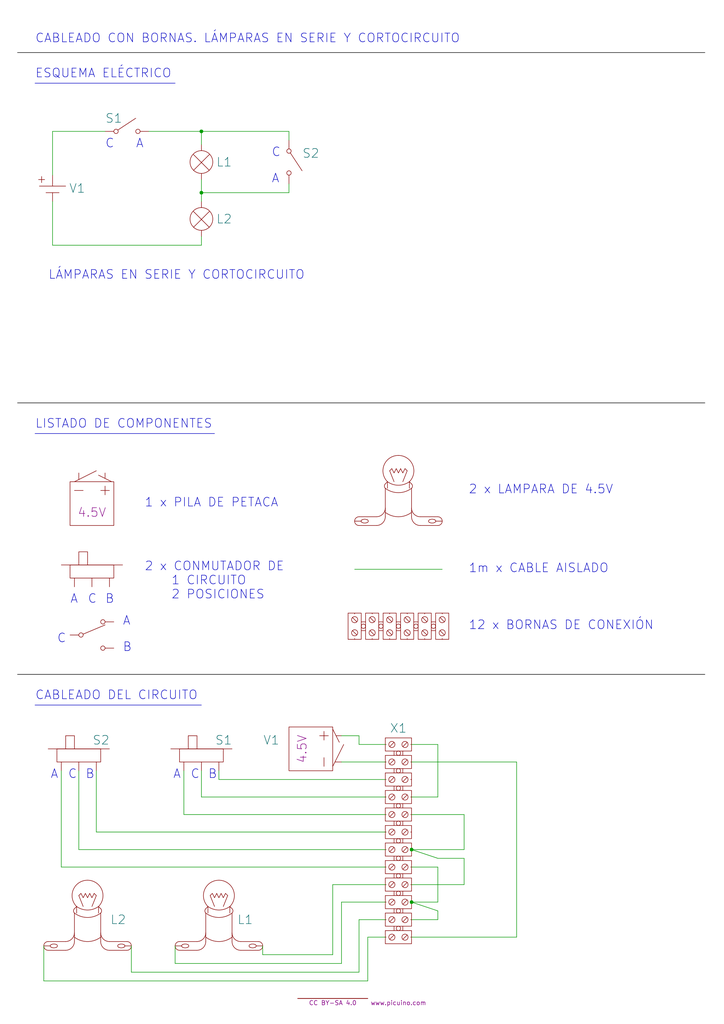
<source format=kicad_sch>
(kicad_sch (version 20211123) (generator eeschema)
  (paper "A4" portrait)
  (title_block (title "CABLEADO CON BORNAS. LÁMPARAS EN SERIE Y CORTOCIRCUITO") (date "14/12/2018") (company "www.picuino.com") (comment 1 "Copyright (c) 2018 by Carlos Pardo") (comment 2 "License CC BY-SA 4.0"))
  (lib_symbols
    (symbol "simbolos:CopyRight" (pin_names (offset 1.016))
      (property "License" "CC BY-SA 4.0" (at -1.27 -1.27 0))
      (property "Web" "www.picuino.com" (at 0 -1.27 0))
      (symbol "CopyRight_0_1"
        (polyline (pts (xy -10.16 0) (xy 10.16 0)) (stroke (width 0.2032)))
      )
    )
    (symbol "simbolos:Pila" (pin_names (offset 1.016))
      (property "Reference" "V" (at 5.08 -4.445 0))
      (symbol "Pila_0_1"
        (polyline (pts (xy -4.064 -1.27) (xy -2.286 -1.27)))
        (polyline (pts (xy -3.81 -3.175) (xy 3.81 -3.175)))
        (polyline (pts (xy -3.175 -0.381) (xy -3.175 -2.159)))
        (polyline (pts (xy -1.905 -5.08) (xy 1.905 -5.08)))
      )
      (symbol "Pila_1_1"
        (pin input line (at 0 -7.62 90) (length 2.54) (name "") (number ""))
        (pin input line (at 0 0 270) (length 3.175) (name "") (number ""))
      )
    )
    (symbol "simbolos:borna_12x2" (pin_names (offset 1.016))
      (property "Reference" "X" (at 3.81 3.81 0))
      (symbol "borna_12x2_0_1"
        (rectangle (start 0 -53.975) (end 7.62 -57.785))
        (rectangle (start 0 -48.895) (end 7.62 -52.705))
        (rectangle (start 0 -43.815) (end 7.62 -47.625))
        (rectangle (start 0 -38.735) (end 7.62 -42.545))
        (rectangle (start 0 -33.655) (end 7.62 -37.465))
        (rectangle (start 0 -28.575) (end 7.62 -32.385))
        (rectangle (start 0 -23.495) (end 7.62 -27.305))
        (rectangle (start 0 -18.415) (end 7.62 -22.225))
        (rectangle (start 0 -13.335) (end 7.62 -17.145))
        (rectangle (start 0 -8.255) (end 7.62 -12.065))
        (rectangle (start 0 -3.175) (end 7.62 -6.985))
        (polyline (pts (xy 1.27 -56.515) (xy 2.54 -55.245)))
        (polyline (pts (xy 1.27 -51.435) (xy 2.54 -50.165)))
        (polyline (pts (xy 1.27 -46.355) (xy 2.54 -45.085)))
        (polyline (pts (xy 1.27 -41.275) (xy 2.54 -40.005)))
        (polyline (pts (xy 1.27 -36.195) (xy 2.54 -34.925)))
        (polyline (pts (xy 1.27 -31.115) (xy 2.54 -29.845)))
        (polyline (pts (xy 1.27 -26.035) (xy 2.54 -24.765)))
        (polyline (pts (xy 1.27 -20.955) (xy 2.54 -19.685)))
        (polyline (pts (xy 1.27 -15.875) (xy 2.54 -14.605)))
        (polyline (pts (xy 1.27 -10.795) (xy 2.54 -9.525)))
        (polyline (pts (xy 1.27 -5.715) (xy 2.54 -4.445)))
        (polyline (pts (xy 1.27 -0.635) (xy 2.54 0.635)))
        (polyline (pts (xy 2.54 -53.975) (xy 2.54 -52.705)))
        (polyline (pts (xy 2.54 -48.895) (xy 2.54 -47.625)))
        (polyline (pts (xy 2.54 -43.815) (xy 2.54 -42.545)))
        (polyline (pts (xy 2.54 -38.735) (xy 2.54 -37.465)))
        (polyline (pts (xy 2.54 -33.655) (xy 2.54 -32.385)))
        (polyline (pts (xy 2.54 -28.575) (xy 2.54 -27.305)))
        (polyline (pts (xy 2.54 -23.495) (xy 2.54 -22.225)))
        (polyline (pts (xy 2.54 -18.415) (xy 2.54 -17.145)))
        (polyline (pts (xy 2.54 -13.335) (xy 2.54 -12.065)))
        (polyline (pts (xy 2.54 -8.255) (xy 2.54 -6.985)))
        (polyline (pts (xy 2.54 -3.175) (xy 2.54 -1.905)))
        (polyline (pts (xy 5.08 -56.515) (xy 6.35 -55.245)))
        (polyline (pts (xy 5.08 -53.975) (xy 5.08 -52.705)))
        (polyline (pts (xy 5.08 -51.435) (xy 6.35 -50.165)))
        (polyline (pts (xy 5.08 -48.895) (xy 5.08 -47.625)))
        (polyline (pts (xy 5.08 -46.355) (xy 6.35 -45.085)))
        (polyline (pts (xy 5.08 -43.815) (xy 5.08 -42.545)))
        (polyline (pts (xy 5.08 -41.275) (xy 6.35 -40.005)))
        (polyline (pts (xy 5.08 -38.735) (xy 5.08 -37.465)))
        (polyline (pts (xy 5.08 -36.195) (xy 6.35 -34.925)))
        (polyline (pts (xy 5.08 -33.655) (xy 5.08 -32.385)))
        (polyline (pts (xy 5.08 -31.115) (xy 6.35 -29.845)))
        (polyline (pts (xy 5.08 -28.575) (xy 5.08 -27.305)))
        (polyline (pts (xy 5.08 -26.035) (xy 6.35 -24.765)))
        (polyline (pts (xy 5.08 -23.495) (xy 5.08 -22.225)))
        (polyline (pts (xy 5.08 -20.955) (xy 6.35 -19.685)))
        (polyline (pts (xy 5.08 -18.415) (xy 5.08 -17.145)))
        (polyline (pts (xy 5.08 -15.875) (xy 6.35 -14.605)))
        (polyline (pts (xy 5.08 -13.335) (xy 5.08 -12.065)))
        (polyline (pts (xy 5.08 -10.795) (xy 6.35 -9.525)))
        (polyline (pts (xy 5.08 -8.255) (xy 5.08 -6.985)))
        (polyline (pts (xy 5.08 -5.715) (xy 6.35 -4.445)))
        (polyline (pts (xy 5.08 -3.175) (xy 5.08 -1.905)))
        (polyline (pts (xy 5.08 -0.635) (xy 6.35 0.635)))
        (rectangle (start 0 1.905) (end 7.62 -1.905))
        (circle (center 1.905 -55.88) (radius 0.889))
        (circle (center 1.905 -50.8) (radius 0.889))
        (circle (center 1.905 -45.72) (radius 0.889))
        (circle (center 1.905 -40.64) (radius 0.889))
        (circle (center 1.905 -35.56) (radius 0.889))
        (circle (center 1.905 -30.48) (radius 0.889))
        (circle (center 1.905 -25.4) (radius 0.889))
        (circle (center 1.905 -20.32) (radius 0.889))
        (circle (center 1.905 -15.24) (radius 0.889))
        (circle (center 1.905 -10.16) (radius 0.889))
        (circle (center 1.905 -5.08) (radius 0.889))
        (circle (center 1.905 0) (radius 0.889))
        (circle (center 3.81 -53.34) (radius 0.635))
        (circle (center 3.81 -48.26) (radius 0.635))
        (circle (center 3.81 -43.18) (radius 0.635))
        (circle (center 3.81 -38.1) (radius 0.635))
        (circle (center 3.81 -33.02) (radius 0.635))
        (circle (center 3.81 -27.94) (radius 0.635))
        (circle (center 3.81 -22.86) (radius 0.635))
        (circle (center 3.81 -17.78) (radius 0.635))
        (circle (center 3.81 -12.7) (radius 0.635))
        (circle (center 3.81 -7.62) (radius 0.635))
        (circle (center 3.81 -2.54) (radius 0.635))
        (circle (center 5.715 -55.88) (radius 0.889))
        (circle (center 5.715 -50.8) (radius 0.889))
        (circle (center 5.715 -45.72) (radius 0.889))
        (circle (center 5.715 -40.64) (radius 0.889))
        (circle (center 5.715 -35.56) (radius 0.889))
        (circle (center 5.715 -30.48) (radius 0.889))
        (circle (center 5.715 -25.4) (radius 0.889))
        (circle (center 5.715 -20.32) (radius 0.889))
        (circle (center 5.715 -15.24) (radius 0.889))
        (circle (center 5.715 -10.16) (radius 0.889))
        (circle (center 5.715 -5.08) (radius 0.889))
        (circle (center 5.715 0) (radius 0.889))
      )
      (symbol "borna_12x2_1_1"
        (pin input line (at 0 -55.88 0) (length 0.254) (name "") (number ""))
        (pin input line (at 0 -50.8 0) (length 0.254) (name "") (number ""))
        (pin input line (at 0 -45.72 0) (length 0.254) (name "") (number ""))
        (pin input line (at 0 -40.64 0) (length 0.254) (name "") (number ""))
        (pin input line (at 0 -35.56 0) (length 0.254) (name "") (number ""))
        (pin input line (at 0 -30.48 0) (length 0.254) (name "") (number ""))
        (pin input line (at 0 -25.4 0) (length 0.254) (name "") (number ""))
        (pin input line (at 0 -20.32 0) (length 0.254) (name "") (number ""))
        (pin input line (at 0 -15.24 0) (length 0.254) (name "") (number ""))
        (pin input line (at 0 -10.16 0) (length 0.254) (name "") (number ""))
        (pin input line (at 0 -5.08 0) (length 0.254) (name "") (number ""))
        (pin input line (at 0 0 0) (length 0.254) (name "") (number ""))
        (pin input line (at 7.62 -55.88 180) (length 0.254) (name "") (number ""))
        (pin input line (at 7.62 -50.8 180) (length 0.254) (name "") (number ""))
        (pin input line (at 7.62 -45.72 180) (length 0.254) (name "") (number ""))
        (pin input line (at 7.62 -40.64 180) (length 0.254) (name "") (number ""))
        (pin input line (at 7.62 -35.56 180) (length 0.254) (name "") (number ""))
        (pin input line (at 7.62 -30.48 180) (length 0.254) (name "") (number ""))
        (pin input line (at 7.62 -25.4 180) (length 0.254) (name "") (number ""))
        (pin input line (at 7.62 -20.32 180) (length 0.254) (name "") (number ""))
        (pin input line (at 7.62 -15.24 180) (length 0.254) (name "") (number ""))
        (pin input line (at 7.62 -10.16 180) (length 0.254) (name "") (number ""))
        (pin input line (at 7.62 -5.08 180) (length 0.254) (name "") (number ""))
        (pin input line (at 7.62 0 180) (length 0.254) (name "") (number ""))
      )
    )
    (symbol "simbolos:borna_6x2" (pin_names (offset 1.016))
      (property "Reference" "X" (at 3.81 3.81 0))
      (symbol "borna_6x2_0_1"
        (rectangle (start 0 -23.495) (end 7.62 -27.305))
        (rectangle (start 0 -18.415) (end 7.62 -22.225))
        (rectangle (start 0 -13.335) (end 7.62 -17.145))
        (rectangle (start 0 -8.255) (end 7.62 -12.065))
        (rectangle (start 0 -3.175) (end 7.62 -6.985))
        (polyline (pts (xy 1.27 -26.035) (xy 2.54 -24.765)))
        (polyline (pts (xy 1.27 -20.955) (xy 2.54 -19.685)))
        (polyline (pts (xy 1.27 -15.875) (xy 2.54 -14.605)))
        (polyline (pts (xy 1.27 -10.795) (xy 2.54 -9.525)))
        (polyline (pts (xy 1.27 -5.715) (xy 2.54 -4.445)))
        (polyline (pts (xy 1.27 -0.635) (xy 2.54 0.635)))
        (polyline (pts (xy 2.54 -23.495) (xy 2.54 -22.225)))
        (polyline (pts (xy 2.54 -18.415) (xy 2.54 -17.145)))
        (polyline (pts (xy 2.54 -13.335) (xy 2.54 -12.065)))
        (polyline (pts (xy 2.54 -8.255) (xy 2.54 -6.985)))
        (polyline (pts (xy 2.54 -3.175) (xy 2.54 -1.905)))
        (polyline (pts (xy 5.08 -26.035) (xy 6.35 -24.765)))
        (polyline (pts (xy 5.08 -23.495) (xy 5.08 -22.225)))
        (polyline (pts (xy 5.08 -20.955) (xy 6.35 -19.685)))
        (polyline (pts (xy 5.08 -18.415) (xy 5.08 -17.145)))
        (polyline (pts (xy 5.08 -15.875) (xy 6.35 -14.605)))
        (polyline (pts (xy 5.08 -13.335) (xy 5.08 -12.065)))
        (polyline (pts (xy 5.08 -10.795) (xy 6.35 -9.525)))
        (polyline (pts (xy 5.08 -8.255) (xy 5.08 -6.985)))
        (polyline (pts (xy 5.08 -5.715) (xy 6.35 -4.445)))
        (polyline (pts (xy 5.08 -3.175) (xy 5.08 -1.905)))
        (polyline (pts (xy 5.08 -0.635) (xy 6.35 0.635)))
        (rectangle (start 0 1.905) (end 7.62 -1.905))
        (circle (center 1.905 -25.4) (radius 0.889))
        (circle (center 1.905 -20.32) (radius 0.889))
        (circle (center 1.905 -15.24) (radius 0.889))
        (circle (center 1.905 -10.16) (radius 0.889))
        (circle (center 1.905 -5.08) (radius 0.889))
        (circle (center 1.905 0) (radius 0.889))
        (circle (center 3.81 -22.86) (radius 0.635))
        (circle (center 3.81 -17.78) (radius 0.635))
        (circle (center 3.81 -12.7) (radius 0.635))
        (circle (center 3.81 -7.62) (radius 0.635))
        (circle (center 3.81 -2.54) (radius 0.635))
        (circle (center 5.715 -25.4) (radius 0.889))
        (circle (center 5.715 -20.32) (radius 0.889))
        (circle (center 5.715 -15.24) (radius 0.889))
        (circle (center 5.715 -10.16) (radius 0.889))
        (circle (center 5.715 -5.08) (radius 0.889))
        (circle (center 5.715 0) (radius 0.889))
      )
      (symbol "borna_6x2_1_1"
        (pin input line (at 0 -25.4 0) (length 0.254) (name "") (number ""))
        (pin input line (at 0 -20.32 0) (length 0.254) (name "") (number ""))
        (pin input line (at 0 -15.24 0) (length 0.254) (name "") (number ""))
        (pin input line (at 0 -10.16 0) (length 0.254) (name "") (number ""))
        (pin input line (at 0 -5.08 0) (length 0.254) (name "") (number ""))
        (pin input line (at 0 0 0) (length 0.254) (name "") (number ""))
        (pin input line (at 7.62 -25.4 180) (length 0.254) (name "") (number ""))
        (pin input line (at 7.62 -20.32 180) (length 0.254) (name "") (number ""))
        (pin input line (at 7.62 -15.24 180) (length 0.254) (name "") (number ""))
        (pin input line (at 7.62 -10.16 180) (length 0.254) (name "") (number ""))
        (pin input line (at 7.62 -5.08 180) (length 0.254) (name "") (number ""))
        (pin input line (at 7.62 0 180) (length 0.254) (name "") (number ""))
      )
    )
    (symbol "simbolos:conmutador" (pin_names (offset 1.016))
      (property "Reference" "S" (at 4.445 3.175 0))
      (symbol "conmutador_0_0"
        (circle (center 3.175 0) (radius 0.635))
        (circle (center 9.525 -3.81) (radius 0.635))
        (circle (center 9.525 3.81) (radius 0.635))
      )
      (symbol "conmutador_0_1"
        (polyline (pts (xy 10.16 2.921) (xy 3.81 0.254)))
      )
      (symbol "conmutador_1_1"
        (pin input line (at 0 0 0) (length 2.54) (name "") (number ""))
        (pin input line (at 12.7 -3.81 180) (length 2.54) (name "") (number ""))
        (pin input line (at 12.7 3.81 180) (length 2.54) (name "") (number ""))
      )
    )
    (symbol "simbolos:interruptor" (pin_names (offset 1.016))
      (property "Reference" "S" (at 4.445 3.175 0))
      (symbol "interruptor_0_0"
        (polyline (pts (xy 8.89 3.81) (xy 3.683 0.381)))
        (circle (center 3.175 0) (radius 0.635))
        (circle (center 9.525 0) (radius 0.635))
      )
      (symbol "interruptor_1_1"
        (pin input line (at 0 0 0) (length 2.54) (name "") (number ""))
        (pin input line (at 12.7 0 180) (length 2.54) (name "") (number ""))
      )
    )
    (symbol "simbolos:lampara" (pin_names (offset 1.016))
      (property "Reference" "L" (at 4.445 -5.08 0))
      (symbol "lampara_0_1"
        (circle (center 0 -5.08) (radius 3.302))
        (polyline (pts (xy -2.286 -7.493) (xy 2.286 -2.921)))
        (polyline (pts (xy -2.286 -2.921) (xy 2.286 -7.493)))
      )
      (symbol "lampara_1_1"
        (pin input line (at 0 -10.16 90) (length 1.778) (name "") (number ""))
        (pin input line (at 0 0 270) (length 1.778) (name "") (number ""))
      )
    )
    (symbol "simbolos:lampara_pack" (pin_names (offset 1.016))
      (property "Reference" "L" (at 17.78 6.35 0))
      (symbol "lampara_pack_0_1"
        (polyline (pts (xy 1.27 -1.27) (xy 6.35 -1.27)))
        (polyline (pts (xy 6.35 1.27) (xy 1.27 1.27)))
        (polyline (pts (xy 8.89 1.27) (xy 8.89 9.525)))
        (polyline (pts (xy 8.89 10.795) (xy 9.525 11.43)))
        (polyline (pts (xy 9.525 11.43) (xy 9.525 9.525)))
        (polyline (pts (xy 11.43 11.43) (xy 10.16 14.605)))
        (polyline (pts (xy 13.97 11.43) (xy 15.24 14.605)))
        (polyline (pts (xy 15.875 11.43) (xy 15.875 9.525)))
        (polyline (pts (xy 16.51 1.27) (xy 16.51 9.525)))
        (polyline (pts (xy 16.51 10.795) (xy 15.875 11.43)))
        (polyline (pts (xy 19.05 1.27) (xy 24.13 1.27)))
        (polyline (pts (xy 24.13 -1.27) (xy 19.05 -1.27)))
        (polyline (pts (xy 10.16 14.605) (xy 10.795 15.24) (xy 11.43 13.97) (xy 12.065 15.24) (xy 12.7 13.97) (xy 13.335 15.24) (xy 13.97 13.97) (xy 14.605 15.24) (xy 15.24 14.605)))
        (arc (start 1.27 1.27) (mid 0 0) (end 1.27 -1.27))
        (arc (start 2.159 -0.381) (mid 2.921 -0.5609) (end 3.683 -0.381))
        (arc (start 2.159 0.381) (mid 1.8844 0) (end 2.159 -0.381))
        (arc (start 3.683 -0.381) (mid 3.9576 0) (end 3.683 0.381))
        (arc (start 3.683 0.381) (mid 2.921 0.5609) (end 2.159 0.381))
        (arc (start 6.35 -1.27) (mid 8.1297 -0.5171) (end 8.89 1.27))
        (arc (start 6.35 1.27) (mid 8.1297 2.0229) (end 8.89 3.81))
        (arc (start 8.89 2.54) (mid 12.7 1.27) (end 16.51 2.54))
        (arc (start 8.89 9.525) (mid 12.7 8.255) (end 16.51 9.525))
        (arc (start 8.89 10.795) (mid 8.627 10.16) (end 8.89 9.525))
        (arc (start 9.525 11.43) (mid 12.7 10.4125) (end 15.875 11.43))
        (arc (start 12.7 19.05) (mid 8.5493 16.3021) (end 9.525 11.43))
        (arc (start 15.875 11.43) (mid 16.8357 16.2958) (end 12.7 19.05))
        (arc (start 16.51 1.27) (mid 17.2523 -0.5349) (end 19.05 -1.27))
        (arc (start 16.51 3.81) (mid 17.2523 2.0051) (end 19.05 1.27))
        (arc (start 16.51 9.525) (mid 16.773 10.16) (end 16.51 10.795))
        (arc (start 21.717 -0.381) (mid 22.479 -0.5609) (end 23.241 -0.381))
        (arc (start 21.717 0.381) (mid 21.4424 0) (end 21.717 -0.381))
        (arc (start 23.241 -0.381) (mid 23.5156 0) (end 23.241 0.381))
        (arc (start 23.241 0.381) (mid 22.479 0.5609) (end 21.717 0.381))
        (arc (start 24.13 -1.27) (mid 25.4 0) (end 24.13 1.27))
      )
      (symbol "lampara_pack_1_1"
        (pin input line (at 0 0 0) (length 1.905) (name "") (number ""))
        (pin input line (at 25.4 0 180) (length 1.905) (name "") (number ""))
      )
    )
    (symbol "simbolos:pila_petaca" (pin_names (offset 1.016))
      (property "Reference" "V" (at 11.43 -8.89 0))
      (property "V" "4.5V" (at 3.81 -12.7 0))
      (symbol "pila_petaca_0_1"
        (rectangle (start -2.54 -2.54) (end 10.16 -15.24))
        (polyline (pts (xy -1.27 -5.08) (xy 1.27 -5.08)))
        (polyline (pts (xy -1.27 -2.54) (xy 5.08 0.635)))
        (polyline (pts (xy 7.62 -3.81) (xy 7.62 -6.35)))
        (polyline (pts (xy 8.89 -5.08) (xy 6.35 -5.08)))
        (polyline (pts (xy 9.525 -2.54) (xy 5.715 -0.635)))
      )
      (symbol "pila_petaca_1_1"
        (pin input line (at 0 0 270) (length 1.905) (name "") (number ""))
        (pin input line (at 7.62 0 270) (length 1.524) (name "") (number ""))
      )
    )
    (symbol "simbolos:selector_pack" (pin_names (offset 1.016))
      (property "Reference" "S" (at 11.43 8.89 0))
      (symbol "selector_pack_0_1"
        (rectangle (start -1.27 6.35) (end 11.43 2.54))
        (polyline (pts (xy 13.97 6.35) (xy -3.81 6.35)))
        (polyline (pts (xy 1.27 6.35) (xy 1.27 10.16) (xy 3.81 10.16) (xy 3.81 6.35)))
      )
      (symbol "selector_pack_1_1"
        (pin input line (at 0 0 90) (length 2.54) (name "") (number ""))
        (pin input line (at 5.08 0 90) (length 2.54) (name "") (number ""))
        (pin input line (at 10.16 0 90) (length 2.54) (name "") (number ""))
      )
    )
  )
  (junction (at 58.42 38.1))
  (junction (at 119.38 246.38))
  (junction (at 119.38 261.62))
  (junction (at 58.42 55.88))
  (wire (pts (xy 104.14 213.36) (xy 99.06 213.36)))
  (polyline (pts (xy 5.08 195.58) (xy 204.47 195.58)) (stroke (width 0) (type solid) (color 0 0 0 1)))
  (polyline (pts (xy 5.08 15.24) (xy 204.47 15.24)) (stroke (width 0) (type solid) (color 0 0 0 1)))
  (wire (pts (xy 58.42 55.88) (xy 58.42 58.42)))
  (wire (pts (xy 119.38 261.62) (xy 127 261.62)))
  (polyline (pts (xy 5.08 116.84) (xy 204.47 116.84)) (stroke (width 0) (type solid) (color 0 0 0 1)))
  (wire (pts (xy 83.82 55.88) (xy 83.82 53.34)))
  (wire (pts (xy 38.1 281.94) (xy 104.14 281.94)))
  (wire (pts (xy 63.5 226.06) (xy 63.5 223.52)))
  (wire (pts (xy 119.38 246.38) (xy 134.62 246.38)))
  (wire (pts (xy 43.18 38.1) (xy 58.42 38.1)))
  (wire (pts (xy 111.76 226.06) (xy 63.5 226.06)))
  (wire (pts (xy 53.34 236.22) (xy 53.34 223.52)))
  (wire (pts (xy 96.52 256.54) (xy 96.52 276.86)))
  (wire (pts (xy 15.24 38.1) (xy 30.48 38.1)))
  (wire (pts (xy 38.1 274.32) (xy 38.1 281.94)))
  (polyline (pts (xy 10.16 125.73) (xy 62.23 125.73)) (stroke (width 0) (type solid)))
  (wire (pts (xy 96.52 256.54) (xy 111.76 256.54)))
  (wire (pts (xy 58.42 52.07) (xy 58.42 55.88)))
  (wire (pts (xy 22.86 246.38) (xy 111.76 246.38)))
  (wire (pts (xy 127 231.14) (xy 127 215.9)))
  (wire (pts (xy 119.38 256.54) (xy 134.62 256.54)))
  (wire (pts (xy 83.82 38.1) (xy 83.82 40.64)))
  (wire (pts (xy 50.8 279.4) (xy 99.06 279.4)))
  (wire (pts (xy 99.06 261.62) (xy 99.06 279.4)))
  (wire (pts (xy 119.38 220.98) (xy 149.86 220.98)))
  (wire (pts (xy 119.38 246.38) (xy 127 248.92)))
  (wire (pts (xy 15.24 58.42) (xy 15.24 71.12)))
  (wire (pts (xy 104.14 266.7) (xy 111.76 266.7)))
  (wire (pts (xy 104.14 215.9) (xy 111.76 215.9)))
  (wire (pts (xy 50.8 274.32) (xy 50.8 279.4)))
  (wire (pts (xy 111.76 236.22) (xy 53.34 236.22)))
  (wire (pts (xy 76.2 274.32) (xy 76.2 276.86)))
  (polyline (pts (xy 10.16 204.47) (xy 58.42 204.47)) (stroke (width 0) (type solid)))
  (wire (pts (xy 17.78 223.52) (xy 17.78 251.46)))
  (wire (pts (xy 58.42 55.88) (xy 83.82 55.88)))
  (wire (pts (xy 127 251.46) (xy 127 261.62)))
  (wire (pts (xy 12.7 284.48) (xy 12.7 274.32)))
  (wire (pts (xy 119.38 261.62) (xy 127 264.16)))
  (wire (pts (xy 111.76 251.46) (xy 17.78 251.46)))
  (wire (pts (xy 127 264.16) (xy 127 266.7)))
  (wire (pts (xy 134.62 256.54) (xy 134.62 248.92)))
  (wire (pts (xy 119.38 231.14) (xy 127 231.14)))
  (wire (pts (xy 58.42 231.14) (xy 111.76 231.14)))
  (wire (pts (xy 58.42 38.1) (xy 83.82 38.1)))
  (wire (pts (xy 119.38 236.22) (xy 134.62 236.22)))
  (wire (pts (xy 127 266.7) (xy 119.38 266.7)))
  (wire (pts (xy 106.68 271.78) (xy 106.68 284.48)))
  (wire (pts (xy 102.87 165.1) (xy 128.27 165.1)))
  (wire (pts (xy 104.14 215.9) (xy 104.14 213.36)))
  (wire (pts (xy 15.24 38.1) (xy 15.24 50.8)))
  (wire (pts (xy 27.94 241.3) (xy 27.94 223.52)))
  (wire (pts (xy 22.86 223.52) (xy 22.86 246.38)))
  (wire (pts (xy 104.14 266.7) (xy 104.14 281.94)))
  (wire (pts (xy 111.76 241.3) (xy 27.94 241.3)))
  (wire (pts (xy 119.38 251.46) (xy 127 251.46)))
  (wire (pts (xy 58.42 223.52) (xy 58.42 231.14)))
  (wire (pts (xy 99.06 261.62) (xy 111.76 261.62)))
  (wire (pts (xy 76.2 276.86) (xy 96.52 276.86)))
  (polyline (pts (xy 10.16 24.13) (xy 50.8 24.13)) (stroke (width 0) (type solid)))
  (wire (pts (xy 134.62 236.22) (xy 134.62 246.38)))
  (wire (pts (xy 149.86 271.78) (xy 149.86 220.98)))
  (wire (pts (xy 111.76 271.78) (xy 106.68 271.78)))
  (wire (pts (xy 127 248.92) (xy 134.62 248.92)))
  (wire (pts (xy 15.24 71.12) (xy 58.42 71.12)))
  (wire (pts (xy 119.38 271.78) (xy 149.86 271.78)))
  (wire (pts (xy 127 215.9) (xy 119.38 215.9)))
  (wire (pts (xy 106.68 284.48) (xy 12.7 284.48)))
  (wire (pts (xy 58.42 38.1) (xy 58.42 41.91)))
  (wire (pts (xy 58.42 68.58) (xy 58.42 71.12)))
  (wire (pts (xy 99.06 220.98) (xy 111.76 220.98)))
  (text "C" (at 19.685 226.06 0) (effects (font (size 2.54 2.54)) (justify left bottom)))
  (text "A" (at 14.605 226.06 0) (effects (font (size 2.54 2.54)) (justify left bottom)))
  (text "C" (at 55.245 226.06 0) (effects (font (size 2.54 2.54)) (justify left bottom)))
  (text "B" (at 30.48 175.26 0) (effects (font (size 2.54 2.54)) (justify left bottom)))
  (text "LISTADO DE COMPONENTES" (at 10.16 124.46 0) (effects (font (size 2.54 2.54)) (justify left bottom)))
  (text "A" (at 35.56 181.61 0) (effects (font (size 2.54 2.54)) (justify left bottom)))
  (text "C" (at 30.48 43.18 0) (effects (font (size 2.54 2.54)) (justify left bottom)))
  (text "A" (at 39.37 43.18 0) (effects (font (size 2.54 2.54)) (justify left bottom)))
  (text "A" (at 50.165 226.06 0) (effects (font (size 2.54 2.54)) (justify left bottom)))
  (text "A" (at 78.74 53.34 0) (effects (font (size 2.54 2.54)) (justify left bottom)))
  (text "B" (at 35.56 189.23 0) (effects (font (size 2.54 2.54)) (justify left bottom)))
  (text "CABLEADO DEL CIRCUITO" (at 10.16 203.2 0) (effects (font (size 2.54 2.54)) (justify left bottom)))
  (text "C" (at 25.4 175.26 0) (effects (font (size 2.54 2.54)) (justify left bottom)))
  (text "12 x BORNAS DE CONEXIÓN" (at 135.89 182.88 0) (effects (font (size 2.54 2.54)) (justify left bottom)))
  (text "CABLEADO CON BORNAS. LÁMPARAS EN SERIE Y CORTOCIRCUITO" (at 10.16 12.7 0) (effects (font (size 2.54 2.54)) (justify left bottom)))
  (text "ESQUEMA ELÉCTRICO" (at 10.16 22.86 0) (effects (font (size 2.54 2.54)) (justify left bottom)))
  (text "C" (at 78.74 45.72 0) (effects (font (size 2.54 2.54)) (justify left bottom)))
  (text "B" (at 60.325 226.06 0) (effects (font (size 2.54 2.54)) (justify left bottom)))
  (text "1 x PILA DE PETACA" (at 41.91 147.32 0) (effects (font (size 2.54 2.54)) (justify left bottom)))
  (text "A" (at 20.32 175.26 0) (effects (font (size 2.54 2.54)) (justify left bottom)))
  (text "LÁMPARAS EN SERIE Y CORTOCIRCUITO" (at 13.97 81.28 0) (effects (font (size 2.54 2.54)) (justify left bottom)))
  (text "C" (at 16.51 186.69 0) (effects (font (size 2.54 2.54)) (justify left bottom)))
  (text "B" (at 24.765 226.06 0) (effects (font (size 2.54 2.54)) (justify left bottom)))
  (text "1m x CABLE AISLADO" (at 135.89 166.37 0) (effects (font (size 2.54 2.54)) (justify left bottom)))
  (text "2 x CONMUTADOR DE\n    1 CIRCUITO\n    2 POSICIONES" (at 41.91 173.99 0) (effects (font (size 2.54 2.54)) (justify left bottom)))
  (text "2 x LAMPARA DE 4.5V" (at 135.89 143.51 0) (effects (font (size 2.54 2.54)) (justify left bottom)))
  (symbol (lib_id "simbolos:CopyRight") (at 96.52 289.56 0) (unit 1)
    (property "Reference" "CP1" (effects hide))
    (property "Value" "CopyRight" (effects hide))
    (property "License" "CC BY-SA 4.0" (at 96.52 290.83 0))
    (property "Web" "www.picuino.com" (at 115.57 290.83 0))
  )
  (symbol (lib_id "simbolos:borna_12x2") (at 111.76 215.9 0) (unit 1)
    (property "Reference" "X1" (at 115.57 211.1756 0) (effects (font (size 2.54 2.54))))
    (property "Value" "borna_12x2" (effects hide))
  )
  (symbol (lib_id "simbolos:pila_petaca") (at 99.06 220.98 270) (mirror x) (unit 1)
    (property "Reference" "V1" (at 76.2 214.63 90) (effects (font (size 2.54 2.54)) (justify left)))
    (property "Value" "pila_petaca" (effects hide))
    (property "V" "4.5V" (at 87.63 217.17 0) (effects (font (size 2.54 2.54))))
  )
  (symbol (lib_id "simbolos:pila_petaca") (at 22.86 137.16 0) (unit 1)
    (property "Reference" "V?" (effects hide))
    (property "Value" "pila_petaca" (effects hide))
    (property "V" "4.5V" (at 26.67 148.59 0) (effects (font (size 2.54 2.54))))
  )
  (symbol (lib_id "simbolos:Pila") (at 15.24 50.8 0) (unit 1)
    (property "Reference" "V1" (at 19.8882 54.61 0) (effects (font (size 2.54 2.54)) (justify left)))
    (property "Value" "Pila" (effects hide))
  )
  (symbol (lib_id "simbolos:lampara") (at 58.42 58.42 0) (unit 1)
    (property "Reference" "L2" (at 62.5602 63.5 0) (effects (font (size 2.54 2.54)) (justify left)))
    (property "Value" "lampara" (effects hide))
  )
  (symbol (lib_id "simbolos:lampara_pack") (at 50.8 274.32 0) (unit 1)
    (property "Reference" "L1" (at 71.12 266.7 0) (effects (font (size 2.54 2.54))))
    (property "Value" "lampara_pack" (effects hide))
  )
  (symbol (lib_id "simbolos:lampara_pack") (at 12.7 274.32 0) (unit 1)
    (property "Reference" "L2" (at 34.29 266.7 0) (effects (font (size 2.54 2.54))))
    (property "Value" "lampara_pack" (effects hide))
  )
  (symbol (lib_id "simbolos:borna_6x2") (at 128.27 177.8 270) (unit 1)
    (property "Reference" "X?" (effects hide))
    (property "Value" "borna_6x2" (effects hide))
  )
  (symbol (lib_id "simbolos:conmutador") (at 20.32 184.15 0) (unit 1)
    (property "Reference" "S?" (effects hide))
    (property "Value" "conmutador" (effects hide))
  )
  (symbol (lib_id "simbolos:selector_pack") (at 53.34 223.52 0) (unit 1)
    (property "Reference" "S1" (at 62.23 214.63 0) (effects (font (size 2.54 2.54)) (justify left)))
    (property "Value" "selector_pack" (effects hide))
  )
  (symbol (lib_id "simbolos:selector_pack") (at 17.78 223.52 0) (unit 1)
    (property "Reference" "S2" (at 26.67 214.63 0) (effects (font (size 2.54 2.54)) (justify left)))
    (property "Value" "selector_pack" (effects hide))
  )
  (symbol (lib_id "simbolos:selector_pack") (at 21.59 170.18 0) (unit 1)
    (property "Reference" "S?" (effects hide))
    (property "Value" "selector_pack" (effects hide))
  )
  (symbol (lib_id "simbolos:lampara_pack") (at 102.87 151.13 0) (unit 1)
    (property "Reference" "L?" (effects hide))
    (property "Value" "lampara_pack" (effects hide))
  )
  (symbol (lib_id "simbolos:interruptor") (at 30.48 38.1 0) (unit 1)
    (property "Reference" "S1" (at 33.02 34.29 0) (effects (font (size 2.54 2.54))))
    (property "Value" "interruptor" (effects hide))
  )
  (symbol (lib_id "simbolos:lampara") (at 58.42 41.91 0) (unit 1)
    (property "Reference" "L1" (at 62.5602 46.99 0) (effects (font (size 2.54 2.54)) (justify left)))
    (property "Value" "lampara" (effects hide))
  )
  (symbol (lib_id "simbolos:interruptor") (at 83.82 40.64 270) (unit 1)
    (property "Reference" "S2" (at 90.17 44.45 90) (effects (font (size 2.54 2.54))))
    (property "Value" "interruptor" (effects hide))
  )
  (sheet (at 218.44 29.21) (size 66.04 7.62)
    (property "Sheet name" "2" (at 218.44 27.8634 0) (effects (font (size 2.54 2.54)) (justify left bottom)))
    (property "Sheet file" "electric-bornas-lamparas-serie-corto-2.kicad_sch" (at 218.44 37.9226 0) (effects (font (size 2.54 2.54)) (justify left top)))
  )
)
</source>
